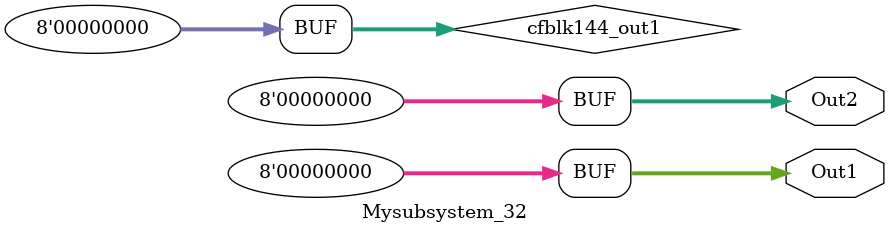
<source format=v>



`timescale 1 ns / 1 ns

module Mysubsystem_32
          (Out1,
           Out2);


  output  [7:0] Out1;  // uint8
  output  [7:0] Out2;  // uint8


  wire [7:0] cfblk144_out1;  // uint8


  assign cfblk144_out1 = 8'b00000000;



  assign Out1 = cfblk144_out1;

  assign Out2 = cfblk144_out1;

endmodule  // Mysubsystem_32


</source>
